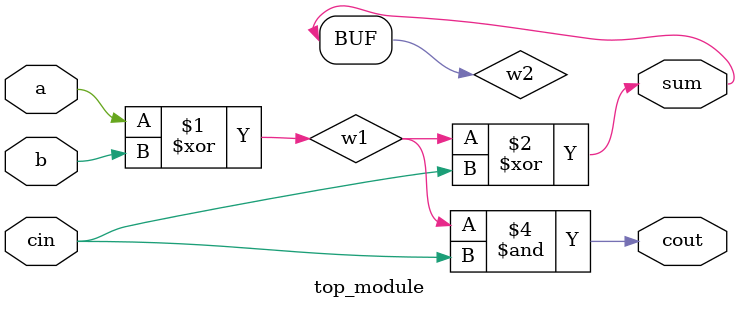
<source format=sv>
module top_module (
    input a,
    input b,
    input cin,
    output cout,
    output sum
);

wire w1, w2, w3;

// XOR gates
assign w1 = a ^ b;
assign w2 = w1 ^ cin;

// AND gates
assign w3 = a & b;

// Carry-out
assign cout = w1 & cin;

// Sum
assign sum = w2;

endmodule

</source>
